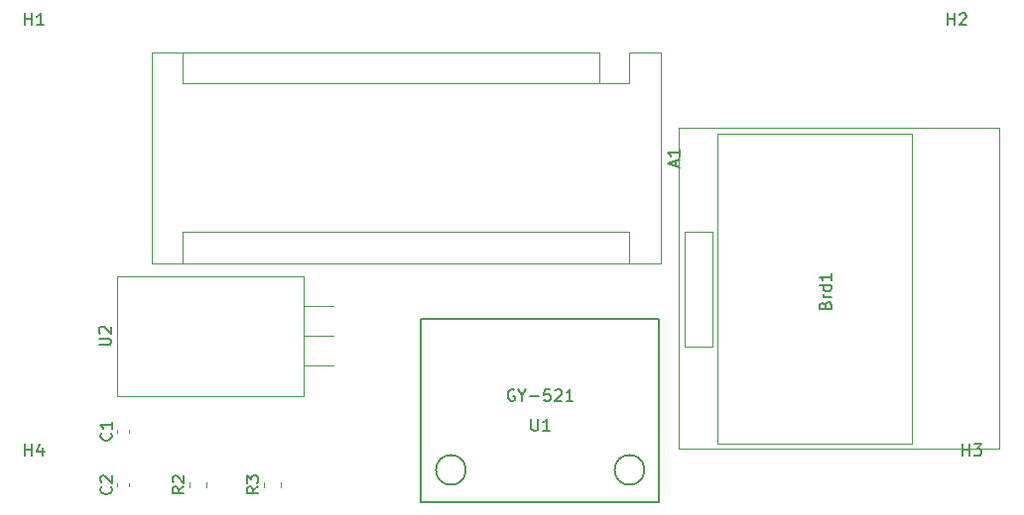
<source format=gbr>
G04 #@! TF.GenerationSoftware,KiCad,Pcbnew,(5.1.8)-1*
G04 #@! TF.CreationDate,2021-04-20T10:50:44+02:00*
G04 #@! TF.ProjectId,PB170,50423137-302e-46b6-9963-61645f706362,rev?*
G04 #@! TF.SameCoordinates,Original*
G04 #@! TF.FileFunction,Legend,Top*
G04 #@! TF.FilePolarity,Positive*
%FSLAX46Y46*%
G04 Gerber Fmt 4.6, Leading zero omitted, Abs format (unit mm)*
G04 Created by KiCad (PCBNEW (5.1.8)-1) date 2021-04-20 10:50:44*
%MOMM*%
%LPD*%
G01*
G04 APERTURE LIST*
%ADD10C,0.120000*%
%ADD11C,0.150000*%
G04 APERTURE END LIST*
D10*
X62350000Y-64810000D02*
X62350000Y-54570000D01*
X46460000Y-64810000D02*
X46460000Y-54570000D01*
X46460000Y-64810000D02*
X62350000Y-64810000D01*
X46460000Y-54570000D02*
X62350000Y-54570000D01*
X62350000Y-62230000D02*
X64890000Y-62230000D01*
X62350000Y-59690000D02*
X64890000Y-59690000D01*
X62350000Y-57150000D02*
X64890000Y-57150000D01*
D11*
X92710000Y-58229500D02*
X92710000Y-73850500D01*
X72390000Y-58229500D02*
X92710000Y-58229500D01*
X72390000Y-73850500D02*
X72390000Y-58229500D01*
X92710000Y-73850500D02*
X72390000Y-73850500D01*
X76200000Y-71120000D02*
G75*
G03*
X76200000Y-71120000I-1270000J0D01*
G01*
X91440000Y-71120000D02*
G75*
G03*
X91440000Y-71120000I-1270000J0D01*
G01*
D10*
X58955000Y-72617064D02*
X58955000Y-72162936D01*
X60425000Y-72617064D02*
X60425000Y-72162936D01*
X52605000Y-72617064D02*
X52605000Y-72162936D01*
X54075000Y-72617064D02*
X54075000Y-72162936D01*
X46480000Y-72530580D02*
X46480000Y-72249420D01*
X47500000Y-72530580D02*
X47500000Y-72249420D01*
X46480000Y-67945580D02*
X46480000Y-67664420D01*
X47500000Y-67945580D02*
X47500000Y-67664420D01*
X97663000Y-42418000D02*
X97675000Y-42672000D01*
X114300000Y-42418000D02*
X97663000Y-42418000D01*
X114275000Y-45758000D02*
X114300000Y-42418000D01*
X97675000Y-45758000D02*
X97675000Y-42672000D01*
X94869000Y-60579000D02*
X97282000Y-60579000D01*
X97282000Y-50800000D02*
X97282000Y-60579000D01*
X94869000Y-50800000D02*
X97282000Y-50800000D01*
X94869000Y-60579000D02*
X94869000Y-50800000D01*
X97675000Y-68858000D02*
X97675000Y-45758000D01*
X114275000Y-68858000D02*
X97675000Y-68858000D01*
X114275000Y-45758000D02*
X114275000Y-68858000D01*
X121680000Y-69280000D02*
X94380000Y-69280000D01*
X121680000Y-41880000D02*
X121680000Y-69280000D01*
X94380000Y-41880000D02*
X121680000Y-41880000D01*
X94380000Y-69280000D02*
X94380000Y-41880000D01*
X87630000Y-38100000D02*
X90170000Y-38100000D01*
X90170000Y-38100000D02*
X90170000Y-35430000D01*
X87630000Y-35430000D02*
X49400000Y-35430000D01*
X92840000Y-35430000D02*
X90170000Y-35430000D01*
X90170000Y-50800000D02*
X90170000Y-53470000D01*
X90170000Y-50800000D02*
X52070000Y-50800000D01*
X52070000Y-50800000D02*
X52070000Y-53470000D01*
X87630000Y-38100000D02*
X87630000Y-35430000D01*
X87630000Y-38100000D02*
X52070000Y-38100000D01*
X52070000Y-38100000D02*
X52070000Y-35430000D01*
X49400000Y-35430000D02*
X49400000Y-53470000D01*
X49400000Y-53470000D02*
X92840000Y-53470000D01*
X92840000Y-53470000D02*
X92840000Y-35430000D01*
D11*
X44912380Y-60451904D02*
X45721904Y-60451904D01*
X45817142Y-60404285D01*
X45864761Y-60356666D01*
X45912380Y-60261428D01*
X45912380Y-60070952D01*
X45864761Y-59975714D01*
X45817142Y-59928095D01*
X45721904Y-59880476D01*
X44912380Y-59880476D01*
X45007619Y-59451904D02*
X44960000Y-59404285D01*
X44912380Y-59309047D01*
X44912380Y-59070952D01*
X44960000Y-58975714D01*
X45007619Y-58928095D01*
X45102857Y-58880476D01*
X45198095Y-58880476D01*
X45340952Y-58928095D01*
X45912380Y-59499523D01*
X45912380Y-58880476D01*
X81788095Y-66762380D02*
X81788095Y-67571904D01*
X81835714Y-67667142D01*
X81883333Y-67714761D01*
X81978571Y-67762380D01*
X82169047Y-67762380D01*
X82264285Y-67714761D01*
X82311904Y-67667142D01*
X82359523Y-67571904D01*
X82359523Y-66762380D01*
X83359523Y-67762380D02*
X82788095Y-67762380D01*
X83073809Y-67762380D02*
X83073809Y-66762380D01*
X82978571Y-66905238D01*
X82883333Y-67000476D01*
X82788095Y-67048095D01*
X80335714Y-64270000D02*
X80240476Y-64222380D01*
X80097619Y-64222380D01*
X79954761Y-64270000D01*
X79859523Y-64365238D01*
X79811904Y-64460476D01*
X79764285Y-64650952D01*
X79764285Y-64793809D01*
X79811904Y-64984285D01*
X79859523Y-65079523D01*
X79954761Y-65174761D01*
X80097619Y-65222380D01*
X80192857Y-65222380D01*
X80335714Y-65174761D01*
X80383333Y-65127142D01*
X80383333Y-64793809D01*
X80192857Y-64793809D01*
X81002380Y-64746190D02*
X81002380Y-65222380D01*
X80669047Y-64222380D02*
X81002380Y-64746190D01*
X81335714Y-64222380D01*
X81669047Y-64841428D02*
X82430952Y-64841428D01*
X83383333Y-64222380D02*
X82907142Y-64222380D01*
X82859523Y-64698571D01*
X82907142Y-64650952D01*
X83002380Y-64603333D01*
X83240476Y-64603333D01*
X83335714Y-64650952D01*
X83383333Y-64698571D01*
X83430952Y-64793809D01*
X83430952Y-65031904D01*
X83383333Y-65127142D01*
X83335714Y-65174761D01*
X83240476Y-65222380D01*
X83002380Y-65222380D01*
X82907142Y-65174761D01*
X82859523Y-65127142D01*
X83811904Y-64317619D02*
X83859523Y-64270000D01*
X83954761Y-64222380D01*
X84192857Y-64222380D01*
X84288095Y-64270000D01*
X84335714Y-64317619D01*
X84383333Y-64412857D01*
X84383333Y-64508095D01*
X84335714Y-64650952D01*
X83764285Y-65222380D01*
X84383333Y-65222380D01*
X85335714Y-65222380D02*
X84764285Y-65222380D01*
X85050000Y-65222380D02*
X85050000Y-64222380D01*
X84954761Y-64365238D01*
X84859523Y-64460476D01*
X84764285Y-64508095D01*
X58492380Y-72556666D02*
X58016190Y-72890000D01*
X58492380Y-73128095D02*
X57492380Y-73128095D01*
X57492380Y-72747142D01*
X57540000Y-72651904D01*
X57587619Y-72604285D01*
X57682857Y-72556666D01*
X57825714Y-72556666D01*
X57920952Y-72604285D01*
X57968571Y-72651904D01*
X58016190Y-72747142D01*
X58016190Y-73128095D01*
X57492380Y-72223333D02*
X57492380Y-71604285D01*
X57873333Y-71937619D01*
X57873333Y-71794761D01*
X57920952Y-71699523D01*
X57968571Y-71651904D01*
X58063809Y-71604285D01*
X58301904Y-71604285D01*
X58397142Y-71651904D01*
X58444761Y-71699523D01*
X58492380Y-71794761D01*
X58492380Y-72080476D01*
X58444761Y-72175714D01*
X58397142Y-72223333D01*
X52142380Y-72556666D02*
X51666190Y-72890000D01*
X52142380Y-73128095D02*
X51142380Y-73128095D01*
X51142380Y-72747142D01*
X51190000Y-72651904D01*
X51237619Y-72604285D01*
X51332857Y-72556666D01*
X51475714Y-72556666D01*
X51570952Y-72604285D01*
X51618571Y-72651904D01*
X51666190Y-72747142D01*
X51666190Y-73128095D01*
X51237619Y-72175714D02*
X51190000Y-72128095D01*
X51142380Y-72032857D01*
X51142380Y-71794761D01*
X51190000Y-71699523D01*
X51237619Y-71651904D01*
X51332857Y-71604285D01*
X51428095Y-71604285D01*
X51570952Y-71651904D01*
X52142380Y-72223333D01*
X52142380Y-71604285D01*
X45917142Y-72556666D02*
X45964761Y-72604285D01*
X46012380Y-72747142D01*
X46012380Y-72842380D01*
X45964761Y-72985238D01*
X45869523Y-73080476D01*
X45774285Y-73128095D01*
X45583809Y-73175714D01*
X45440952Y-73175714D01*
X45250476Y-73128095D01*
X45155238Y-73080476D01*
X45060000Y-72985238D01*
X45012380Y-72842380D01*
X45012380Y-72747142D01*
X45060000Y-72604285D01*
X45107619Y-72556666D01*
X45107619Y-72175714D02*
X45060000Y-72128095D01*
X45012380Y-72032857D01*
X45012380Y-71794761D01*
X45060000Y-71699523D01*
X45107619Y-71651904D01*
X45202857Y-71604285D01*
X45298095Y-71604285D01*
X45440952Y-71651904D01*
X46012380Y-72223333D01*
X46012380Y-71604285D01*
X45917142Y-67971666D02*
X45964761Y-68019285D01*
X46012380Y-68162142D01*
X46012380Y-68257380D01*
X45964761Y-68400238D01*
X45869523Y-68495476D01*
X45774285Y-68543095D01*
X45583809Y-68590714D01*
X45440952Y-68590714D01*
X45250476Y-68543095D01*
X45155238Y-68495476D01*
X45060000Y-68400238D01*
X45012380Y-68257380D01*
X45012380Y-68162142D01*
X45060000Y-68019285D01*
X45107619Y-67971666D01*
X46012380Y-67019285D02*
X46012380Y-67590714D01*
X46012380Y-67305000D02*
X45012380Y-67305000D01*
X45155238Y-67400238D01*
X45250476Y-67495476D01*
X45298095Y-67590714D01*
X106862571Y-57046666D02*
X106910190Y-56903809D01*
X106957809Y-56856190D01*
X107053047Y-56808571D01*
X107195904Y-56808571D01*
X107291142Y-56856190D01*
X107338761Y-56903809D01*
X107386380Y-56999047D01*
X107386380Y-57380000D01*
X106386380Y-57380000D01*
X106386380Y-57046666D01*
X106434000Y-56951428D01*
X106481619Y-56903809D01*
X106576857Y-56856190D01*
X106672095Y-56856190D01*
X106767333Y-56903809D01*
X106814952Y-56951428D01*
X106862571Y-57046666D01*
X106862571Y-57380000D01*
X107386380Y-56380000D02*
X106719714Y-56380000D01*
X106910190Y-56380000D02*
X106814952Y-56332380D01*
X106767333Y-56284761D01*
X106719714Y-56189523D01*
X106719714Y-56094285D01*
X107386380Y-55332380D02*
X106386380Y-55332380D01*
X107338761Y-55332380D02*
X107386380Y-55427619D01*
X107386380Y-55618095D01*
X107338761Y-55713333D01*
X107291142Y-55760952D01*
X107195904Y-55808571D01*
X106910190Y-55808571D01*
X106814952Y-55760952D01*
X106767333Y-55713333D01*
X106719714Y-55618095D01*
X106719714Y-55427619D01*
X106767333Y-55332380D01*
X107386380Y-54332380D02*
X107386380Y-54903809D01*
X107386380Y-54618095D02*
X106386380Y-54618095D01*
X106529238Y-54713333D01*
X106624476Y-54808571D01*
X106672095Y-54903809D01*
X94146666Y-45164285D02*
X94146666Y-44688095D01*
X94432380Y-45259523D02*
X93432380Y-44926190D01*
X94432380Y-44592857D01*
X94432380Y-43735714D02*
X94432380Y-44307142D01*
X94432380Y-44021428D02*
X93432380Y-44021428D01*
X93575238Y-44116666D01*
X93670476Y-44211904D01*
X93718095Y-44307142D01*
X38608095Y-69912380D02*
X38608095Y-68912380D01*
X38608095Y-69388571D02*
X39179523Y-69388571D01*
X39179523Y-69912380D02*
X39179523Y-68912380D01*
X40084285Y-69245714D02*
X40084285Y-69912380D01*
X39846190Y-68864761D02*
X39608095Y-69579047D01*
X40227142Y-69579047D01*
X118618095Y-69912380D02*
X118618095Y-68912380D01*
X118618095Y-69388571D02*
X119189523Y-69388571D01*
X119189523Y-69912380D02*
X119189523Y-68912380D01*
X119570476Y-68912380D02*
X120189523Y-68912380D01*
X119856190Y-69293333D01*
X119999047Y-69293333D01*
X120094285Y-69340952D01*
X120141904Y-69388571D01*
X120189523Y-69483809D01*
X120189523Y-69721904D01*
X120141904Y-69817142D01*
X120094285Y-69864761D01*
X119999047Y-69912380D01*
X119713333Y-69912380D01*
X119618095Y-69864761D01*
X119570476Y-69817142D01*
X117348095Y-33082380D02*
X117348095Y-32082380D01*
X117348095Y-32558571D02*
X117919523Y-32558571D01*
X117919523Y-33082380D02*
X117919523Y-32082380D01*
X118348095Y-32177619D02*
X118395714Y-32130000D01*
X118490952Y-32082380D01*
X118729047Y-32082380D01*
X118824285Y-32130000D01*
X118871904Y-32177619D01*
X118919523Y-32272857D01*
X118919523Y-32368095D01*
X118871904Y-32510952D01*
X118300476Y-33082380D01*
X118919523Y-33082380D01*
X38608095Y-33082380D02*
X38608095Y-32082380D01*
X38608095Y-32558571D02*
X39179523Y-32558571D01*
X39179523Y-33082380D02*
X39179523Y-32082380D01*
X40179523Y-33082380D02*
X39608095Y-33082380D01*
X39893809Y-33082380D02*
X39893809Y-32082380D01*
X39798571Y-32225238D01*
X39703333Y-32320476D01*
X39608095Y-32368095D01*
M02*

</source>
